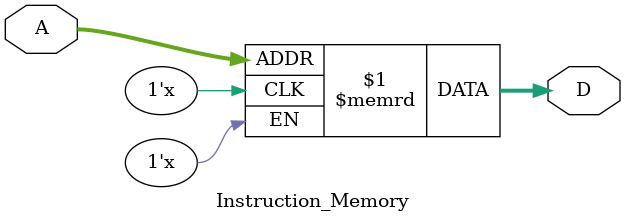
<source format=v>
module Instruction_Memory(D,A);

  input [7:0]A;
  output [11:0]D;

  reg [11:0] mem [255:0];
  
  assign D = mem[A];

  initial begin
    //$readmemh("memfile.hex",mem);
  end


/*
  initial begin
    //mem[0] = 32'hFFC4A303;
    //mem[1] = 32'h00832383;
    // mem[0] = 32'h0064A423;
    // mem[1] = 32'h00B62423;
    mem[0] = 32'h0062E233;
    // mem[1] = 32'h00B62423;

  end
*/
endmodule

</source>
